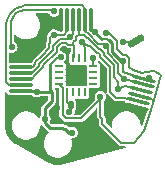
<source format=gtl>
G04 #@! TF.GenerationSoftware,KiCad,Pcbnew,7.0.7*
G04 #@! TF.CreationDate,2024-01-02T23:41:36-05:00*
G04 #@! TF.ProjectId,O12encoder,4f313265-6e63-46f6-9465-722e6b696361,1*
G04 #@! TF.SameCoordinates,Original*
G04 #@! TF.FileFunction,Copper,L1,Top*
G04 #@! TF.FilePolarity,Positive*
%FSLAX46Y46*%
G04 Gerber Fmt 4.6, Leading zero omitted, Abs format (unit mm)*
G04 Created by KiCad (PCBNEW 7.0.7) date 2024-01-02 23:41:36*
%MOMM*%
%LPD*%
G01*
G04 APERTURE LIST*
G04 Aperture macros list*
%AMRoundRect*
0 Rectangle with rounded corners*
0 $1 Rounding radius*
0 $2 $3 $4 $5 $6 $7 $8 $9 X,Y pos of 4 corners*
0 Add a 4 corners polygon primitive as box body*
4,1,4,$2,$3,$4,$5,$6,$7,$8,$9,$2,$3,0*
0 Add four circle primitives for the rounded corners*
1,1,$1+$1,$2,$3*
1,1,$1+$1,$4,$5*
1,1,$1+$1,$6,$7*
1,1,$1+$1,$8,$9*
0 Add four rect primitives between the rounded corners*
20,1,$1+$1,$2,$3,$4,$5,0*
20,1,$1+$1,$4,$5,$6,$7,0*
20,1,$1+$1,$6,$7,$8,$9,0*
20,1,$1+$1,$8,$9,$2,$3,0*%
G04 Aperture macros list end*
G04 #@! TA.AperFunction,SMDPad,CuDef*
%ADD10RoundRect,0.150000X-0.594615X-0.170096X-0.444615X-0.429904X0.594615X0.170096X0.444615X0.429904X0*%
G04 #@! TD*
G04 #@! TA.AperFunction,SMDPad,CuDef*
%ADD11RoundRect,0.140000X-0.140000X-0.170000X0.140000X-0.170000X0.140000X0.170000X-0.140000X0.170000X0*%
G04 #@! TD*
G04 #@! TA.AperFunction,SMDPad,CuDef*
%ADD12RoundRect,0.075000X0.912893X-0.166963X-0.874070X0.311852X-0.912893X0.166963X0.874070X-0.311852X0*%
G04 #@! TD*
G04 #@! TA.AperFunction,SMDPad,CuDef*
%ADD13RoundRect,0.075000X0.075000X-0.925000X0.075000X0.925000X-0.075000X0.925000X-0.075000X-0.925000X0*%
G04 #@! TD*
G04 #@! TA.AperFunction,SMDPad,CuDef*
%ADD14R,0.711200X0.254000*%
G04 #@! TD*
G04 #@! TA.AperFunction,SMDPad,CuDef*
%ADD15R,0.254000X0.711200*%
G04 #@! TD*
G04 #@! TA.AperFunction,SMDPad,CuDef*
%ADD16R,1.701800X1.701800*%
G04 #@! TD*
G04 #@! TA.AperFunction,SMDPad,CuDef*
%ADD17RoundRect,0.075000X-0.925000X-0.075000X0.925000X-0.075000X0.925000X0.075000X-0.925000X0.075000X0*%
G04 #@! TD*
G04 #@! TA.AperFunction,ViaPad*
%ADD18C,0.550000*%
G04 #@! TD*
G04 #@! TA.AperFunction,Conductor*
%ADD19C,0.160000*%
G04 #@! TD*
G04 #@! TA.AperFunction,Conductor*
%ADD20C,0.250000*%
G04 #@! TD*
G04 APERTURE END LIST*
D10*
X55050000Y-47070000D03*
D11*
X49520000Y-52550000D03*
X50480000Y-52550000D03*
D12*
X55111771Y-52698888D03*
X55241181Y-52215925D03*
X55370590Y-51732962D03*
X55500000Y-51249999D03*
X55629409Y-50767036D03*
X55758819Y-50284073D03*
D13*
X48750000Y-45300000D03*
X49250000Y-45300000D03*
X49750000Y-45300000D03*
X50250000Y-45300000D03*
X50750000Y-45300000D03*
X51250000Y-45300000D03*
D14*
X51450000Y-50750001D03*
X51450000Y-50250000D03*
X51450000Y-49750000D03*
X51450000Y-49249999D03*
D15*
X50750001Y-48550000D03*
X50250000Y-48550000D03*
X49750000Y-48550000D03*
X49249999Y-48550000D03*
D14*
X48550000Y-49249999D03*
X48550000Y-49750000D03*
X48550000Y-50250000D03*
X48550000Y-50750001D03*
D15*
X49249999Y-51450000D03*
X49750000Y-51450000D03*
X50250000Y-51450000D03*
X50750001Y-51450000D03*
D16*
X50000000Y-50000000D03*
D17*
X45300000Y-48800000D03*
X45300000Y-49300000D03*
X45300000Y-49800000D03*
X45300000Y-50300000D03*
X45300000Y-50800000D03*
X45300000Y-51300000D03*
D18*
X48100000Y-46575000D03*
X50500000Y-47200000D03*
X51619099Y-46344033D03*
X53983176Y-48755199D03*
X46650000Y-51400000D03*
X49650000Y-54850000D03*
X48688235Y-48441765D03*
X49399826Y-53085996D03*
X56190000Y-50220000D03*
X47350000Y-53700000D03*
X49735946Y-50650000D03*
X51310119Y-51840240D03*
X53943807Y-52783807D03*
X48335500Y-52797000D03*
X46373787Y-48199253D03*
X52350000Y-49600000D03*
X48950000Y-47760000D03*
X55600000Y-53250000D03*
X47100000Y-46530000D03*
X51700000Y-53900000D03*
X54050000Y-50300000D03*
X52500000Y-47550000D03*
X51434502Y-48550000D03*
X53550000Y-51200000D03*
X52500000Y-46450000D03*
X52050000Y-51800000D03*
X49480000Y-46760000D03*
X44560000Y-47620000D03*
X48140000Y-44580000D03*
X53939500Y-47215902D03*
D19*
X47714904Y-47727452D02*
X47117356Y-48325000D01*
X47117356Y-48325000D02*
X47115000Y-48325000D01*
X54000000Y-51900000D02*
X55241181Y-52215925D01*
X51763543Y-48121187D02*
X51890319Y-48121187D01*
X46540000Y-49060000D02*
X46300000Y-49300000D01*
X52850000Y-49828320D02*
X52850000Y-51400000D01*
X49250000Y-46250000D02*
X49250000Y-45800000D01*
X52865000Y-49813320D02*
X52850000Y-49828320D01*
X47714904Y-47360868D02*
X47714904Y-47727452D01*
X50500000Y-47200000D02*
X50952174Y-47550000D01*
X47800000Y-46750000D02*
X47800000Y-47275772D01*
X53350000Y-51900000D02*
X54000000Y-51900000D01*
X51192356Y-47550000D02*
X51763543Y-48121187D01*
X48200000Y-46550000D02*
X48950000Y-46550000D01*
X46540000Y-48900000D02*
X46540000Y-49060000D01*
X50952174Y-47550000D02*
X51192356Y-47550000D01*
X47800000Y-47275772D02*
X47714904Y-47360868D01*
X50750001Y-47700001D02*
X50750001Y-48550000D01*
X48100000Y-46575000D02*
X48200000Y-46550000D01*
X47115000Y-48325000D02*
X46540000Y-48900000D01*
X48950000Y-46550000D02*
X49250000Y-46250000D01*
X52865000Y-49269390D02*
X52865000Y-49813320D01*
X52011274Y-48415664D02*
X52865000Y-49269390D01*
X52850000Y-51400000D02*
X53350000Y-51900000D01*
X50500000Y-47200000D02*
X50750001Y-47700001D01*
X51890319Y-48121187D02*
X52011274Y-48242142D01*
X48100000Y-46575000D02*
X47800000Y-46750000D01*
X52011274Y-48242142D02*
X52011274Y-48415664D01*
X46300000Y-49300000D02*
X45300000Y-49300000D01*
X55758819Y-50284073D02*
X55758819Y-50231544D01*
D20*
X46369500Y-51300000D02*
X45300000Y-51300000D01*
D19*
X49520000Y-52550000D02*
X49249999Y-52279999D01*
D20*
X47350000Y-52800000D02*
X47950000Y-52200000D01*
X53775199Y-48755199D02*
X53060000Y-48040000D01*
X46650000Y-51400000D02*
X47950000Y-51400000D01*
D19*
X53983176Y-48755199D02*
X53980000Y-49680000D01*
X52175000Y-46965000D02*
X52635000Y-46965000D01*
X51250000Y-45974934D02*
X51619099Y-46344033D01*
D20*
X53060000Y-48040000D02*
X53060000Y-47300000D01*
D19*
X48448235Y-48441765D02*
X48688235Y-48441765D01*
X47790000Y-49100000D02*
X48448235Y-48441765D01*
D20*
X55491544Y-50231544D02*
X55321544Y-50231544D01*
X47790000Y-49100000D02*
X47790000Y-51240000D01*
X46650000Y-51400000D02*
X46369500Y-51300000D01*
X47950000Y-52200000D02*
X47950000Y-51400000D01*
X47350000Y-54050000D02*
X47350000Y-52800000D01*
D19*
X52150000Y-46940000D02*
X52175000Y-46965000D01*
D20*
X48810001Y-54440000D02*
X47740000Y-54440000D01*
D19*
X49520000Y-52965822D02*
X49399826Y-53085996D01*
X49249999Y-52279999D02*
X49249999Y-51450000D01*
D20*
X52770000Y-47010000D02*
X53060000Y-47300000D01*
X52770000Y-47010000D02*
X52680000Y-47010000D01*
X47740000Y-54440000D02*
X47350000Y-54050000D01*
X51619099Y-46409099D02*
X52150000Y-46940000D01*
D19*
X49520000Y-52550000D02*
X49520000Y-52965822D01*
X51250000Y-45300000D02*
X51250000Y-45974934D01*
D20*
X47790000Y-51240000D02*
X47950000Y-51400000D01*
X49087250Y-54558184D02*
X48928185Y-54558184D01*
X53983176Y-48893176D02*
X53983176Y-48755199D01*
X49650000Y-54850000D02*
X49379066Y-54850000D01*
X48928185Y-54558184D02*
X48810001Y-54440000D01*
X49379066Y-54850000D02*
X49087250Y-54558184D01*
D19*
X52635000Y-46965000D02*
X52680000Y-47010000D01*
D20*
X51619099Y-46344033D02*
X51619099Y-46409099D01*
D19*
X53980000Y-49680000D02*
X55758819Y-50284073D01*
X55600000Y-53250000D02*
X55600000Y-53187117D01*
X48950000Y-47760000D02*
X49249999Y-48080610D01*
X55600000Y-53187117D02*
X55111771Y-52698888D01*
X45900747Y-48199253D02*
X45300000Y-48800000D01*
X49249999Y-48080610D02*
X49249999Y-48550000D01*
X52350000Y-49600000D02*
X52350000Y-50695600D01*
X50480000Y-52550000D02*
X50600359Y-52550000D01*
X50600359Y-52550000D02*
X51310119Y-51840240D01*
X52350000Y-50695600D02*
X51310119Y-51735481D01*
X46373787Y-48199253D02*
X45900747Y-48199253D01*
X51310119Y-51735481D02*
X51310119Y-51840240D01*
X54050000Y-50300000D02*
X55629409Y-50767036D01*
X44920000Y-44300000D02*
X44620000Y-44550000D01*
X45300000Y-44190000D02*
X44920000Y-44300000D01*
X52651274Y-47701274D02*
X52270000Y-47320000D01*
X52270000Y-47320000D02*
X51867452Y-47320000D01*
X44620000Y-44550000D02*
X44350000Y-44850000D01*
X51450000Y-48776146D02*
X51434502Y-48760648D01*
X54050000Y-50300000D02*
X53520000Y-49770000D01*
X51450000Y-49249999D02*
X51450000Y-48776146D01*
X44148311Y-45350000D02*
X44350000Y-44850000D01*
X51087452Y-46540000D02*
X51044523Y-46540000D01*
X51044523Y-46540000D02*
X50750000Y-46245477D01*
X53520000Y-49770000D02*
X53520000Y-49019294D01*
X45642314Y-44050000D02*
X45300000Y-44190000D01*
X44300000Y-50800000D02*
X45400000Y-50800000D01*
X44044359Y-45647955D02*
X44040206Y-45880478D01*
X50750000Y-44354523D02*
X50445477Y-44050000D01*
X44037359Y-50537359D02*
X44300000Y-50800000D01*
X44037359Y-45883225D02*
X44037359Y-50537359D01*
X44040206Y-45880478D02*
X44037359Y-45883225D01*
X50445477Y-44050000D02*
X45642314Y-44050000D01*
X44044359Y-45647955D02*
X44148311Y-45350000D01*
X53520000Y-49019294D02*
X52651274Y-48150568D01*
X52651274Y-48150568D02*
X52651274Y-47701274D01*
X50750000Y-46245477D02*
X50750000Y-44354523D01*
X51867452Y-47320000D02*
X51087452Y-46540000D01*
X46540000Y-49965096D02*
X47180000Y-49325096D01*
X48354904Y-47992548D02*
X48354904Y-47625964D01*
X49163320Y-47245000D02*
X49338320Y-47420000D01*
X48354904Y-47625964D02*
X48735868Y-47245000D01*
X53550000Y-51200000D02*
X53550000Y-51162500D01*
X46245477Y-50300000D02*
X46540000Y-50005477D01*
X49995000Y-46745000D02*
X50140000Y-46600000D01*
X50651975Y-46600000D02*
X50911975Y-46860000D01*
X47180000Y-49325096D02*
X47180000Y-49167452D01*
X49338320Y-47420000D02*
X49750000Y-47420000D01*
X52022867Y-47801187D02*
X52331274Y-48109594D01*
X47180000Y-49167452D02*
X48354904Y-47992548D01*
X45400000Y-50300000D02*
X46245477Y-50300000D01*
X46540000Y-50005477D02*
X46540000Y-49965096D01*
X49995000Y-46973320D02*
X49995000Y-46745000D01*
X53200000Y-49151842D02*
X53200000Y-50178320D01*
X50140000Y-46600000D02*
X50651975Y-46600000D01*
X50911975Y-46860000D02*
X50954904Y-46860000D01*
X49750000Y-47218320D02*
X49995000Y-46973320D01*
X48735868Y-47245000D02*
X49163320Y-47245000D01*
X49750000Y-47420000D02*
X49750000Y-47218320D01*
X53200000Y-50178320D02*
X53550000Y-50528320D01*
X51896091Y-47801187D02*
X52022867Y-47801187D01*
X49750000Y-48400000D02*
X49800000Y-48350000D01*
X52331274Y-48283116D02*
X53200000Y-49151842D01*
X49750000Y-48550000D02*
X49840000Y-48460000D01*
X53550000Y-50528320D02*
X53550000Y-51200000D01*
X53550000Y-51200000D02*
X54100000Y-50900000D01*
X50250000Y-46500000D02*
X50250000Y-45800000D01*
X49840000Y-48460000D02*
X49840000Y-47510000D01*
X54100000Y-50900000D02*
X55500000Y-51249999D01*
X50954904Y-46860000D02*
X51896091Y-47801187D01*
X49840000Y-47510000D02*
X49750000Y-47420000D01*
X52331274Y-48109594D02*
X52331274Y-48283116D01*
X56540000Y-49640000D02*
X57150000Y-49950000D01*
X49315000Y-46925000D02*
X48603320Y-46925000D01*
X52760000Y-46450000D02*
X53425000Y-47115000D01*
X53425000Y-47115000D02*
X53425000Y-47745000D01*
X52215000Y-54113320D02*
X53801680Y-55700000D01*
X56600000Y-52050000D02*
X55370590Y-51732962D01*
X48850000Y-51050001D02*
X48850000Y-53400000D01*
X54498176Y-49278176D02*
X54810000Y-49590000D01*
X52500000Y-46450000D02*
X52760000Y-46450000D01*
X56272988Y-53156160D02*
X56600000Y-52050000D01*
X52050000Y-52000000D02*
X52050000Y-51800000D01*
X57150000Y-49950000D02*
X56600000Y-52050000D01*
X48034904Y-47493416D02*
X48034904Y-47860000D01*
X49750000Y-46500000D02*
X49750000Y-45800000D01*
X49100000Y-53650000D02*
X50400000Y-53650000D01*
X52215000Y-53686680D02*
X52215000Y-54113320D01*
X54498176Y-48541879D02*
X54498176Y-49278176D01*
X48603320Y-46925000D02*
X48034904Y-47493416D01*
X54196496Y-48240199D02*
X54498176Y-48541879D01*
X52050000Y-53521680D02*
X52215000Y-53686680D01*
X53920199Y-48240199D02*
X54196496Y-48240199D01*
X54810000Y-49590000D02*
X55570000Y-49800000D01*
X50400000Y-53650000D02*
X52050000Y-52000000D01*
X48850000Y-53400000D02*
X49100000Y-53650000D01*
X54900000Y-55700000D02*
X55750000Y-54700000D01*
X53801680Y-55700000D02*
X54900000Y-55700000D01*
X55900000Y-49740000D02*
X56540000Y-49640000D01*
X46252548Y-49800000D02*
X45300000Y-49800000D01*
X55750000Y-54700000D02*
X56272988Y-53156160D01*
X49480000Y-46760000D02*
X49315000Y-46925000D01*
X55570000Y-49800000D02*
X55900000Y-49740000D01*
X53425000Y-47745000D02*
X53920199Y-48240199D01*
X46860000Y-49192548D02*
X46252548Y-49800000D01*
X49480000Y-46760000D02*
X49750000Y-46500000D01*
X46860000Y-49034904D02*
X46860000Y-49192548D01*
X52050000Y-51800000D02*
X52050000Y-53521680D01*
X48550000Y-50750001D02*
X48850000Y-51050001D01*
X48034904Y-47860000D02*
X46860000Y-49034904D01*
X46120000Y-44470000D02*
X45680000Y-44450000D01*
X48140000Y-44580000D02*
X47735500Y-44470000D01*
X45680000Y-44450000D02*
X45240000Y-44540000D01*
X44468311Y-45421689D02*
X44468311Y-47528311D01*
X44530000Y-45360000D02*
X44468311Y-45421689D01*
X44468311Y-47528311D02*
X44560000Y-47620000D01*
X47735500Y-44470000D02*
X46120000Y-44470000D01*
X45240000Y-44540000D02*
X44910000Y-44760000D01*
X44910000Y-44760000D02*
X44660000Y-45050000D01*
X44660000Y-45050000D02*
X44530000Y-45360000D01*
X54944098Y-47215902D02*
X53939500Y-47215902D01*
X55150000Y-47010000D02*
X54944098Y-47215902D01*
G04 #@! TA.AperFunction,Conductor*
G36*
X48498870Y-51095983D02*
G01*
X48503951Y-51100640D01*
X48546360Y-51143049D01*
X48569198Y-51192025D01*
X48569499Y-51198910D01*
X48569499Y-53341357D01*
X48567571Y-53353212D01*
X48568389Y-53353326D01*
X48567377Y-53360575D01*
X48569458Y-53405570D01*
X48569500Y-53407395D01*
X48569500Y-53425999D01*
X48570193Y-53429706D01*
X48570824Y-53435142D01*
X48572115Y-53463037D01*
X48572221Y-53465333D01*
X48576441Y-53474892D01*
X48576555Y-53475149D01*
X48581938Y-53492531D01*
X48583529Y-53501044D01*
X48583911Y-53503085D01*
X48584205Y-53503559D01*
X48597733Y-53525408D01*
X48599818Y-53528774D01*
X48602370Y-53533616D01*
X48614579Y-53561266D01*
X48622162Y-53568849D01*
X48633466Y-53583119D01*
X48635877Y-53587013D01*
X48639118Y-53592246D01*
X48663238Y-53610461D01*
X48667362Y-53614049D01*
X48767238Y-53713925D01*
X48860189Y-53806876D01*
X48867202Y-53816623D01*
X48867865Y-53816123D01*
X48872276Y-53821963D01*
X48872277Y-53821964D01*
X48872279Y-53821967D01*
X48890460Y-53838541D01*
X48905574Y-53852320D01*
X48906872Y-53853559D01*
X48914194Y-53860881D01*
X48920037Y-53866724D01*
X48923148Y-53868855D01*
X48927445Y-53872257D01*
X48949778Y-53892617D01*
X48956281Y-53895136D01*
X48959783Y-53896493D01*
X48975892Y-53904984D01*
X48984738Y-53911044D01*
X49014156Y-53917963D01*
X49019378Y-53919580D01*
X49047565Y-53930500D01*
X49058292Y-53930500D01*
X49076378Y-53932597D01*
X49086821Y-53935054D01*
X49086822Y-53935054D01*
X49091808Y-53934358D01*
X49116755Y-53930878D01*
X49122210Y-53930500D01*
X50341358Y-53930500D01*
X50353211Y-53932433D01*
X50353326Y-53931611D01*
X50360573Y-53932622D01*
X50360575Y-53932621D01*
X50360576Y-53932622D01*
X50385194Y-53931483D01*
X50405570Y-53930542D01*
X50407395Y-53930500D01*
X50425991Y-53930500D01*
X50425993Y-53930500D01*
X50429708Y-53929805D01*
X50435139Y-53929174D01*
X50465333Y-53927779D01*
X50475145Y-53923446D01*
X50492540Y-53918060D01*
X50494138Y-53917761D01*
X50503084Y-53916089D01*
X50528784Y-53900174D01*
X50533611Y-53897630D01*
X50561266Y-53885421D01*
X50568852Y-53877834D01*
X50583119Y-53866532D01*
X50592245Y-53860883D01*
X50610464Y-53836755D01*
X50614047Y-53832638D01*
X51634639Y-52812046D01*
X51683614Y-52789209D01*
X51735812Y-52803195D01*
X51766807Y-52847461D01*
X51769499Y-52867908D01*
X51769499Y-53463037D01*
X51767571Y-53474892D01*
X51768389Y-53475006D01*
X51767377Y-53482255D01*
X51769458Y-53527250D01*
X51769500Y-53529075D01*
X51769500Y-53547679D01*
X51770193Y-53551386D01*
X51770824Y-53556822D01*
X51772221Y-53587013D01*
X51776555Y-53596829D01*
X51781938Y-53614211D01*
X51783272Y-53621346D01*
X51783911Y-53624765D01*
X51799818Y-53650454D01*
X51802370Y-53655296D01*
X51814579Y-53682946D01*
X51822162Y-53690529D01*
X51833467Y-53704800D01*
X51839118Y-53713926D01*
X51863238Y-53732141D01*
X51867362Y-53735729D01*
X51911361Y-53779728D01*
X51934199Y-53828704D01*
X51934500Y-53835589D01*
X51934500Y-54054677D01*
X51932567Y-54066531D01*
X51933389Y-54066646D01*
X51932377Y-54073895D01*
X51934458Y-54118890D01*
X51934500Y-54120715D01*
X51934500Y-54139319D01*
X51935193Y-54143026D01*
X51935824Y-54148462D01*
X51937221Y-54178653D01*
X51941555Y-54188469D01*
X51946938Y-54205851D01*
X51948529Y-54214364D01*
X51948911Y-54216405D01*
X51964818Y-54242094D01*
X51967370Y-54246936D01*
X51979579Y-54274586D01*
X51987162Y-54282169D01*
X51998466Y-54296439D01*
X52003760Y-54304989D01*
X52004118Y-54305566D01*
X52028238Y-54323781D01*
X52032362Y-54327369D01*
X52814711Y-55109718D01*
X53561869Y-55856876D01*
X53568882Y-55866623D01*
X53569545Y-55866123D01*
X53573956Y-55871963D01*
X53573957Y-55871964D01*
X53573959Y-55871967D01*
X53597892Y-55893785D01*
X53607254Y-55902320D01*
X53608552Y-55903559D01*
X53621716Y-55916723D01*
X53621717Y-55916724D01*
X53624828Y-55918855D01*
X53629125Y-55922257D01*
X53651458Y-55942617D01*
X53657961Y-55945136D01*
X53661463Y-55946493D01*
X53677572Y-55954984D01*
X53686418Y-55961044D01*
X53715836Y-55967963D01*
X53721058Y-55969580D01*
X53749245Y-55980500D01*
X53759972Y-55980500D01*
X53778058Y-55982597D01*
X53788501Y-55985054D01*
X53788502Y-55985054D01*
X53793488Y-55984358D01*
X53818435Y-55980878D01*
X53823890Y-55980500D01*
X54109528Y-55980500D01*
X54160308Y-55998982D01*
X54187328Y-56045782D01*
X54177944Y-56099000D01*
X54136548Y-56133736D01*
X54129975Y-56135808D01*
X48926879Y-57529974D01*
X48914092Y-57533400D01*
X48911575Y-57533987D01*
X48684514Y-57579150D01*
X48679386Y-57579825D01*
X48449675Y-57594879D01*
X48444502Y-57594879D01*
X48214790Y-57579822D01*
X48209662Y-57579147D01*
X47983889Y-57534237D01*
X47978893Y-57532899D01*
X47760897Y-57458899D01*
X47756124Y-57456922D01*
X47548419Y-57354495D01*
X47546150Y-57353283D01*
X47512796Y-57334026D01*
X47512794Y-57334025D01*
X44858716Y-55801691D01*
X44856532Y-55800333D01*
X44849381Y-55795555D01*
X44664045Y-55671715D01*
X44659943Y-55668567D01*
X44658702Y-55667478D01*
X44486856Y-55516773D01*
X44483225Y-55513142D01*
X44331421Y-55340043D01*
X44328281Y-55335951D01*
X44200381Y-55144536D01*
X44197799Y-55140064D01*
X44136666Y-55016100D01*
X44095976Y-54933591D01*
X44094001Y-54928820D01*
X44067244Y-54850000D01*
X44021301Y-54714659D01*
X44020004Y-54710838D01*
X44018665Y-54705842D01*
X43973750Y-54480060D01*
X43973074Y-54474932D01*
X43969015Y-54413022D01*
X43961971Y-54305565D01*
X43957944Y-54244137D01*
X43957859Y-54241552D01*
X43957859Y-51492154D01*
X43976341Y-51441374D01*
X44023141Y-51414354D01*
X44076359Y-51423738D01*
X44111095Y-51465134D01*
X44114341Y-51476743D01*
X44115485Y-51482496D01*
X44176375Y-51573624D01*
X44267503Y-51634514D01*
X44267504Y-51634515D01*
X44280837Y-51637166D01*
X44347867Y-51650500D01*
X46201802Y-51650499D01*
X46252582Y-51668981D01*
X46261506Y-51677765D01*
X46335410Y-51763054D01*
X46335411Y-51763055D01*
X46432340Y-51825347D01*
X46450439Y-51836978D01*
X46551853Y-51866756D01*
X46581632Y-51875500D01*
X46581633Y-51875500D01*
X46718368Y-51875500D01*
X46742637Y-51868373D01*
X46849561Y-51836978D01*
X46964589Y-51763055D01*
X46973503Y-51752766D01*
X47020725Y-51726493D01*
X47033208Y-51725500D01*
X47545500Y-51725500D01*
X47596280Y-51743982D01*
X47623300Y-51790782D01*
X47624500Y-51804500D01*
X47624500Y-52032451D01*
X47606018Y-52083231D01*
X47601361Y-52088312D01*
X47131113Y-52558560D01*
X47128572Y-52560889D01*
X47096807Y-52587543D01*
X47076072Y-52623453D01*
X47074221Y-52626359D01*
X47050446Y-52660313D01*
X47050445Y-52660315D01*
X47049372Y-52664322D01*
X47041485Y-52683363D01*
X47040243Y-52685515D01*
X47039411Y-52686956D01*
X47032211Y-52727784D01*
X47031465Y-52731147D01*
X47020735Y-52771194D01*
X47021834Y-52783745D01*
X47024350Y-52812507D01*
X47024500Y-52815935D01*
X47024500Y-53320071D01*
X47006018Y-53370851D01*
X47005205Y-53371804D01*
X46945870Y-53440281D01*
X46891604Y-53559107D01*
X46853697Y-53597620D01*
X46799902Y-53602757D01*
X46756700Y-53573897D01*
X46648342Y-53430407D01*
X46592669Y-53379654D01*
X46483921Y-53280517D01*
X46388340Y-53221336D01*
X46294761Y-53163394D01*
X46294757Y-53163392D01*
X46087305Y-53083025D01*
X46087294Y-53083021D01*
X45868602Y-53042141D01*
X45646116Y-53042141D01*
X45427423Y-53083021D01*
X45427412Y-53083025D01*
X45219960Y-53163392D01*
X45219956Y-53163394D01*
X45030800Y-53280515D01*
X45030793Y-53280520D01*
X44866378Y-53430404D01*
X44811135Y-53503559D01*
X44732301Y-53607952D01*
X44732299Y-53607954D01*
X44732297Y-53607958D01*
X44633129Y-53807114D01*
X44572244Y-54021102D01*
X44551716Y-54242641D01*
X44572244Y-54464179D01*
X44633129Y-54678167D01*
X44732297Y-54877323D01*
X44732298Y-54877324D01*
X44732301Y-54877330D01*
X44866378Y-55054877D01*
X45030797Y-55204765D01*
X45163571Y-55286975D01*
X45219956Y-55321887D01*
X45219960Y-55321889D01*
X45278982Y-55344754D01*
X45427419Y-55402259D01*
X45427421Y-55402259D01*
X45427423Y-55402260D01*
X45646116Y-55443141D01*
X45868601Y-55443141D01*
X45868602Y-55443141D01*
X46087299Y-55402259D01*
X46294760Y-55321888D01*
X46483921Y-55204765D01*
X46648340Y-55054877D01*
X46782417Y-54877330D01*
X46881588Y-54678169D01*
X46942474Y-54464177D01*
X46957184Y-54305419D01*
X46980273Y-54256563D01*
X47029365Y-54233976D01*
X47081491Y-54248230D01*
X47096362Y-54261927D01*
X47096804Y-54262454D01*
X47111261Y-54274584D01*
X47128569Y-54289107D01*
X47131103Y-54291429D01*
X47498569Y-54658897D01*
X47500894Y-54661432D01*
X47527545Y-54693194D01*
X47563460Y-54713929D01*
X47566350Y-54715771D01*
X47600313Y-54739552D01*
X47600314Y-54739552D01*
X47600316Y-54739554D01*
X47604316Y-54740625D01*
X47623368Y-54748516D01*
X47626955Y-54750588D01*
X47626957Y-54750588D01*
X47626960Y-54750590D01*
X47633453Y-54752954D01*
X47632586Y-54755335D01*
X47670022Y-54776942D01*
X47688512Y-54827720D01*
X47670037Y-54878503D01*
X47662734Y-54886112D01*
X47556108Y-54983315D01*
X47556104Y-54983319D01*
X47556105Y-54983319D01*
X47422028Y-55160866D01*
X47422026Y-55160868D01*
X47422024Y-55160872D01*
X47322856Y-55360028D01*
X47261971Y-55574016D01*
X47257928Y-55617650D01*
X47241443Y-55795555D01*
X47241972Y-55801260D01*
X47261971Y-56017093D01*
X47322856Y-56231081D01*
X47422024Y-56430237D01*
X47422025Y-56430238D01*
X47422028Y-56430244D01*
X47556105Y-56607791D01*
X47720524Y-56757679D01*
X47868542Y-56849327D01*
X47909683Y-56874801D01*
X47909687Y-56874803D01*
X48000686Y-56910056D01*
X48117146Y-56955173D01*
X48117148Y-56955173D01*
X48117150Y-56955174D01*
X48335843Y-56996055D01*
X48558328Y-56996055D01*
X48558329Y-56996055D01*
X48777026Y-56955173D01*
X48984487Y-56874802D01*
X49173648Y-56757679D01*
X49338067Y-56607791D01*
X49472144Y-56430244D01*
X49571315Y-56231083D01*
X49632201Y-56017091D01*
X49652729Y-55795555D01*
X49632201Y-55574019D01*
X49590120Y-55426119D01*
X49594000Y-55372220D01*
X49631618Y-55333424D01*
X49666104Y-55325500D01*
X49718368Y-55325500D01*
X49742637Y-55318373D01*
X49849561Y-55286978D01*
X49964589Y-55213055D01*
X50054130Y-55109718D01*
X50110931Y-54985342D01*
X50130390Y-54850000D01*
X50110931Y-54714658D01*
X50054130Y-54590282D01*
X49964589Y-54486945D01*
X49964588Y-54486944D01*
X49849565Y-54413024D01*
X49849562Y-54413023D01*
X49849561Y-54413022D01*
X49773805Y-54390778D01*
X49718368Y-54374500D01*
X49718367Y-54374500D01*
X49581633Y-54374500D01*
X49581632Y-54374500D01*
X49458288Y-54410717D01*
X49404357Y-54407290D01*
X49380170Y-54390778D01*
X49360201Y-54370809D01*
X49328678Y-54339286D01*
X49326360Y-54336756D01*
X49315472Y-54323781D01*
X49299705Y-54304990D01*
X49296096Y-54302906D01*
X49263789Y-54284252D01*
X49260883Y-54282401D01*
X49226934Y-54258630D01*
X49226931Y-54258628D01*
X49222932Y-54257557D01*
X49203880Y-54249665D01*
X49200300Y-54247598D01*
X49200293Y-54247595D01*
X49159465Y-54240395D01*
X49156101Y-54239649D01*
X49116056Y-54228919D01*
X49116055Y-54228919D01*
X49102747Y-54230084D01*
X49050549Y-54216098D01*
X49035344Y-54202165D01*
X49022456Y-54186806D01*
X49022455Y-54186805D01*
X48986540Y-54166068D01*
X48983634Y-54164217D01*
X48949685Y-54140446D01*
X48949682Y-54140444D01*
X48945683Y-54139373D01*
X48926631Y-54131481D01*
X48923051Y-54129414D01*
X48923044Y-54129411D01*
X48882216Y-54122211D01*
X48878852Y-54121465D01*
X48838807Y-54110735D01*
X48814352Y-54112875D01*
X48797492Y-54114350D01*
X48794065Y-54114500D01*
X47907549Y-54114500D01*
X47856769Y-54096018D01*
X47851688Y-54091361D01*
X47782229Y-54021902D01*
X47759391Y-53972926D01*
X47766228Y-53933226D01*
X47810931Y-53835342D01*
X47830390Y-53700000D01*
X47810931Y-53564658D01*
X47754130Y-53440282D01*
X47694794Y-53371804D01*
X47675509Y-53321324D01*
X47675499Y-53320187D01*
X47675499Y-52967546D01*
X47693981Y-52916767D01*
X47698627Y-52911697D01*
X48168912Y-52441412D01*
X48171413Y-52439121D01*
X48203194Y-52412455D01*
X48223938Y-52376523D01*
X48225761Y-52373662D01*
X48249554Y-52339684D01*
X48250624Y-52335689D01*
X48258521Y-52316624D01*
X48260588Y-52313045D01*
X48267788Y-52272204D01*
X48268532Y-52268853D01*
X48279263Y-52228807D01*
X48275648Y-52187499D01*
X48275499Y-52184069D01*
X48275499Y-51415929D01*
X48275648Y-51412500D01*
X48279263Y-51371193D01*
X48278192Y-51367195D01*
X48275500Y-51346749D01*
X48275500Y-51342605D01*
X48267973Y-51321926D01*
X48264410Y-51308630D01*
X48260588Y-51286955D01*
X48258516Y-51283368D01*
X48250623Y-51264308D01*
X48250105Y-51262374D01*
X48249554Y-51260316D01*
X48247179Y-51256924D01*
X48237654Y-51238627D01*
X48236240Y-51234740D01*
X48236238Y-51234738D01*
X48236238Y-51234737D01*
X48222096Y-51217883D01*
X48214197Y-51206603D01*
X48208076Y-51196001D01*
X48198692Y-51142782D01*
X48225712Y-51095983D01*
X48276492Y-51077501D01*
X48448090Y-51077501D01*
X48498870Y-51095983D01*
G37*
G04 #@! TD.AperFunction*
G04 #@! TA.AperFunction,Conductor*
G36*
X52618500Y-51580158D02*
G01*
X52636747Y-51590456D01*
X52663238Y-51610461D01*
X52667362Y-51614049D01*
X52928814Y-51875500D01*
X53110188Y-52056874D01*
X53117203Y-52066622D01*
X53117865Y-52066123D01*
X53122276Y-52071963D01*
X53122277Y-52071964D01*
X53122279Y-52071967D01*
X53140209Y-52088312D01*
X53155585Y-52102330D01*
X53156883Y-52103569D01*
X53170037Y-52116723D01*
X53173146Y-52118853D01*
X53177437Y-52122251D01*
X53199778Y-52142617D01*
X53209779Y-52146491D01*
X53225887Y-52154982D01*
X53234735Y-52161043D01*
X53234738Y-52161045D01*
X53234739Y-52161045D01*
X53234741Y-52161046D01*
X53246587Y-52163831D01*
X53264157Y-52167963D01*
X53269377Y-52169579D01*
X53297565Y-52180500D01*
X53308290Y-52180500D01*
X53326379Y-52182599D01*
X53336821Y-52185055D01*
X53366760Y-52180878D01*
X53372216Y-52180500D01*
X53954965Y-52180500D01*
X53974451Y-52182941D01*
X53992422Y-52187515D01*
X54085745Y-52211268D01*
X54125652Y-52235737D01*
X54157289Y-52271812D01*
X54230775Y-52308052D01*
X56006090Y-52783745D01*
X56050356Y-52814740D01*
X56064342Y-52866938D01*
X56061402Y-52882449D01*
X56005550Y-53071381D01*
X55601960Y-54262758D01*
X55568162Y-54304923D01*
X55515168Y-54315499D01*
X55467774Y-54289536D01*
X55448474Y-54244700D01*
X55448283Y-54242645D01*
X55448284Y-54242641D01*
X55427756Y-54021105D01*
X55366870Y-53807113D01*
X55267699Y-53607952D01*
X55133622Y-53430405D01*
X54969203Y-53280517D01*
X54873622Y-53221336D01*
X54780043Y-53163394D01*
X54780039Y-53163392D01*
X54572587Y-53083025D01*
X54572576Y-53083021D01*
X54353884Y-53042141D01*
X54131398Y-53042141D01*
X53912705Y-53083021D01*
X53912694Y-53083025D01*
X53705242Y-53163392D01*
X53705238Y-53163394D01*
X53516082Y-53280515D01*
X53516075Y-53280520D01*
X53351660Y-53430404D01*
X53296417Y-53503559D01*
X53217583Y-53607952D01*
X53217581Y-53607954D01*
X53217579Y-53607958D01*
X53118411Y-53807114D01*
X53057526Y-54021102D01*
X53036998Y-54242641D01*
X53047038Y-54350997D01*
X53033319Y-54403266D01*
X52989213Y-54434488D01*
X52935356Y-54430055D01*
X52912517Y-54414149D01*
X52518637Y-54020269D01*
X52495801Y-53971295D01*
X52495500Y-53964410D01*
X52495500Y-53745322D01*
X52497433Y-53733468D01*
X52496611Y-53733354D01*
X52497622Y-53726106D01*
X52495542Y-53681109D01*
X52495500Y-53679284D01*
X52495500Y-53660689D01*
X52495500Y-53660687D01*
X52494804Y-53656967D01*
X52494174Y-53651536D01*
X52492779Y-53621348D01*
X52492779Y-53621347D01*
X52488445Y-53611532D01*
X52483060Y-53594145D01*
X52481089Y-53583596D01*
X52480794Y-53583120D01*
X52474193Y-53572459D01*
X52465176Y-53557896D01*
X52462628Y-53553064D01*
X52450420Y-53525414D01*
X52450417Y-53525411D01*
X52450415Y-53525408D01*
X52442839Y-53517832D01*
X52431533Y-53503559D01*
X52425885Y-53494437D01*
X52425883Y-53494435D01*
X52401760Y-53476218D01*
X52397628Y-53472622D01*
X52353638Y-53428631D01*
X52330801Y-53379654D01*
X52330500Y-53372770D01*
X52330500Y-52228100D01*
X52348982Y-52177320D01*
X52360604Y-52167087D01*
X52360317Y-52166756D01*
X52364583Y-52163058D01*
X52364589Y-52163055D01*
X52454130Y-52059718D01*
X52510931Y-51935342D01*
X52530390Y-51800000D01*
X52510943Y-51664741D01*
X52522011Y-51611848D01*
X52564489Y-51578443D01*
X52618500Y-51580158D01*
G37*
G04 #@! TD.AperFunction*
G04 #@! TA.AperFunction,Conductor*
G36*
X51972387Y-48773464D02*
G01*
X52561361Y-49362438D01*
X52584199Y-49411414D01*
X52584500Y-49418299D01*
X52584500Y-49722398D01*
X52579165Y-49750937D01*
X52569500Y-49775884D01*
X52569500Y-49786607D01*
X52567402Y-49804694D01*
X52564944Y-49815141D01*
X52567186Y-49831211D01*
X52569121Y-49845082D01*
X52569500Y-49850535D01*
X52569500Y-51341357D01*
X52567567Y-51353211D01*
X52568389Y-51353326D01*
X52567377Y-51360575D01*
X52569458Y-51405570D01*
X52569500Y-51407395D01*
X52569500Y-51425994D01*
X52570194Y-51429706D01*
X52570824Y-51435144D01*
X52572019Y-51460974D01*
X52555902Y-51512554D01*
X52510400Y-51541706D01*
X52456805Y-51534791D01*
X52433401Y-51516359D01*
X52364589Y-51436945D01*
X52331887Y-51415929D01*
X52249565Y-51363024D01*
X52249562Y-51363023D01*
X52249561Y-51363022D01*
X52175777Y-51341357D01*
X52118368Y-51324500D01*
X52118367Y-51324500D01*
X51981633Y-51324500D01*
X51981632Y-51324500D01*
X51850439Y-51363022D01*
X51850434Y-51363024D01*
X51735411Y-51436944D01*
X51645870Y-51540281D01*
X51589068Y-51664659D01*
X51569610Y-51800000D01*
X51589068Y-51935340D01*
X51606695Y-51973937D01*
X51610977Y-52027807D01*
X51590695Y-52062616D01*
X50306952Y-53346361D01*
X50257976Y-53369199D01*
X50251091Y-53369500D01*
X49916020Y-53369500D01*
X49865240Y-53351018D01*
X49838220Y-53304218D01*
X49844159Y-53257682D01*
X49860757Y-53221338D01*
X49880216Y-53085996D01*
X49872685Y-53033621D01*
X49883752Y-52980730D01*
X49895021Y-52966518D01*
X49943222Y-52918318D01*
X49943222Y-52918317D01*
X49943224Y-52918316D01*
X49993972Y-52809487D01*
X50000500Y-52759901D01*
X50000499Y-52340100D01*
X50000444Y-52339684D01*
X49993973Y-52290517D01*
X49993971Y-52290511D01*
X49985442Y-52272221D01*
X49943224Y-52181684D01*
X49943223Y-52181683D01*
X49943221Y-52181680D01*
X49893570Y-52132029D01*
X49870732Y-52083053D01*
X49884718Y-52030855D01*
X49928984Y-51999860D01*
X49934016Y-51998686D01*
X49955231Y-51994467D01*
X49956105Y-51993882D01*
X49957413Y-51993562D01*
X49962419Y-51991489D01*
X49962737Y-51992259D01*
X50008594Y-51981034D01*
X50037546Y-51991571D01*
X50037581Y-51991489D01*
X50039480Y-51992276D01*
X50043893Y-51993882D01*
X50044769Y-51994467D01*
X50103252Y-52006100D01*
X50396748Y-52006100D01*
X50455231Y-51994467D01*
X50456105Y-51993882D01*
X50457413Y-51993562D01*
X50462419Y-51991489D01*
X50462737Y-51992259D01*
X50508594Y-51981034D01*
X50537546Y-51991571D01*
X50537580Y-51991489D01*
X50539458Y-51992267D01*
X50543893Y-51993881D01*
X50544770Y-51994467D01*
X50544769Y-51994467D01*
X50603253Y-52006100D01*
X50896749Y-52006100D01*
X50955232Y-51994467D01*
X51021553Y-51950152D01*
X51065868Y-51883831D01*
X51077501Y-51825348D01*
X51077501Y-51156500D01*
X51095983Y-51105721D01*
X51142783Y-51078701D01*
X51156501Y-51077501D01*
X51825348Y-51077501D01*
X51883831Y-51065868D01*
X51950152Y-51021553D01*
X51994467Y-50955232D01*
X52006100Y-50896749D01*
X52006100Y-50603253D01*
X51994467Y-50544770D01*
X51993881Y-50543893D01*
X51993559Y-50542577D01*
X51991489Y-50537580D01*
X51992257Y-50537261D01*
X51981034Y-50491404D01*
X51991571Y-50462453D01*
X51991489Y-50462419D01*
X51992275Y-50460520D01*
X51993882Y-50456106D01*
X51994467Y-50455231D01*
X52006100Y-50396748D01*
X52006100Y-50103252D01*
X51994467Y-50044769D01*
X51993882Y-50043894D01*
X51993562Y-50042586D01*
X51991489Y-50037581D01*
X51992259Y-50037262D01*
X51981034Y-49991406D01*
X51991571Y-49962453D01*
X51991489Y-49962419D01*
X51992276Y-49960519D01*
X51993882Y-49956106D01*
X51994467Y-49955231D01*
X52006100Y-49896748D01*
X52006100Y-49603252D01*
X51994467Y-49544769D01*
X51993881Y-49543892D01*
X51993559Y-49542576D01*
X51991489Y-49537579D01*
X51992257Y-49537260D01*
X51981034Y-49491403D01*
X51991571Y-49462452D01*
X51991489Y-49462418D01*
X51992275Y-49460519D01*
X51993882Y-49456105D01*
X51994467Y-49455230D01*
X52006100Y-49396747D01*
X52006100Y-49103251D01*
X51994467Y-49044768D01*
X51950152Y-48978447D01*
X51883831Y-48934132D01*
X51883830Y-48934131D01*
X51883829Y-48934131D01*
X51876644Y-48931155D01*
X51877476Y-48929144D01*
X51840407Y-48906649D01*
X51823038Y-48855477D01*
X51838301Y-48816227D01*
X51835575Y-48814475D01*
X51838625Y-48809724D01*
X51838632Y-48809718D01*
X51844664Y-48796508D01*
X51882572Y-48757994D01*
X51936366Y-48752857D01*
X51972387Y-48773464D01*
G37*
G04 #@! TD.AperFunction*
G04 #@! TA.AperFunction,Conductor*
G36*
X49065191Y-47543982D02*
G01*
X49070272Y-47548639D01*
X49098509Y-47576876D01*
X49105522Y-47586623D01*
X49106185Y-47586123D01*
X49110596Y-47591963D01*
X49110597Y-47591964D01*
X49110599Y-47591967D01*
X49131768Y-47611265D01*
X49143894Y-47622320D01*
X49145192Y-47623559D01*
X49155859Y-47634226D01*
X49158357Y-47636724D01*
X49161468Y-47638855D01*
X49165765Y-47642257D01*
X49188098Y-47662617D01*
X49189673Y-47663227D01*
X49198103Y-47666493D01*
X49214211Y-47674984D01*
X49223055Y-47681042D01*
X49223058Y-47681044D01*
X49252476Y-47687963D01*
X49257698Y-47689580D01*
X49285885Y-47700500D01*
X49296612Y-47700500D01*
X49314698Y-47702597D01*
X49325141Y-47705054D01*
X49325142Y-47705054D01*
X49330128Y-47704358D01*
X49355075Y-47700878D01*
X49360530Y-47700500D01*
X49480500Y-47700500D01*
X49531280Y-47718982D01*
X49558300Y-47765782D01*
X49559500Y-47779500D01*
X49559500Y-47953463D01*
X49541018Y-48004243D01*
X49524391Y-48019148D01*
X49478449Y-48049846D01*
X49434132Y-48116169D01*
X49422500Y-48174652D01*
X49422500Y-48925347D01*
X49434132Y-48983830D01*
X49434133Y-48983831D01*
X49478448Y-49050152D01*
X49544769Y-49094467D01*
X49544768Y-49094467D01*
X49603252Y-49106100D01*
X49896748Y-49106100D01*
X49955231Y-49094467D01*
X49956105Y-49093882D01*
X49957413Y-49093562D01*
X49962419Y-49091489D01*
X49962737Y-49092259D01*
X50008594Y-49081034D01*
X50037546Y-49091571D01*
X50037581Y-49091489D01*
X50039480Y-49092276D01*
X50043893Y-49093882D01*
X50044769Y-49094467D01*
X50103252Y-49106100D01*
X50396748Y-49106100D01*
X50455231Y-49094467D01*
X50456105Y-49093882D01*
X50457413Y-49093562D01*
X50462419Y-49091489D01*
X50462737Y-49092259D01*
X50508594Y-49081034D01*
X50537546Y-49091571D01*
X50537580Y-49091489D01*
X50539458Y-49092267D01*
X50543893Y-49093881D01*
X50544770Y-49094467D01*
X50544769Y-49094467D01*
X50603253Y-49106100D01*
X50814900Y-49106100D01*
X50865680Y-49124582D01*
X50892700Y-49171382D01*
X50893900Y-49185100D01*
X50893900Y-49396746D01*
X50905532Y-49455230D01*
X50905533Y-49455232D01*
X50906119Y-49456108D01*
X50906440Y-49457420D01*
X50908511Y-49462420D01*
X50907741Y-49462738D01*
X50918965Y-49508598D01*
X50908430Y-49537546D01*
X50908511Y-49537580D01*
X50907747Y-49539422D01*
X50906125Y-49543882D01*
X50905534Y-49544765D01*
X50905532Y-49544769D01*
X50893900Y-49603252D01*
X50893900Y-49896747D01*
X50905532Y-49955231D01*
X50905535Y-49955236D01*
X50906122Y-49956115D01*
X50906443Y-49957429D01*
X50908511Y-49962421D01*
X50907742Y-49962739D01*
X50918963Y-50008606D01*
X50908429Y-50037545D01*
X50908511Y-50037579D01*
X50907738Y-50039445D01*
X50906122Y-50043885D01*
X50905535Y-50044763D01*
X50905532Y-50044768D01*
X50893900Y-50103252D01*
X50893900Y-50396747D01*
X50905532Y-50455231D01*
X50905533Y-50455233D01*
X50906119Y-50456109D01*
X50906440Y-50457421D01*
X50908511Y-50462421D01*
X50907741Y-50462739D01*
X50918965Y-50508599D01*
X50908430Y-50537547D01*
X50908511Y-50537581D01*
X50907747Y-50539423D01*
X50906125Y-50543883D01*
X50905534Y-50544766D01*
X50905532Y-50544770D01*
X50893900Y-50603253D01*
X50893900Y-50814900D01*
X50875418Y-50865680D01*
X50828618Y-50892700D01*
X50814900Y-50893900D01*
X50603253Y-50893900D01*
X50544770Y-50905532D01*
X50544766Y-50905534D01*
X50543883Y-50906125D01*
X50542560Y-50906448D01*
X50537581Y-50908511D01*
X50537263Y-50907744D01*
X50491391Y-50918964D01*
X50462454Y-50908429D01*
X50462421Y-50908511D01*
X50460545Y-50907734D01*
X50456109Y-50906119D01*
X50455233Y-50905533D01*
X50455231Y-50905532D01*
X50396748Y-50893900D01*
X50103252Y-50893900D01*
X50044768Y-50905532D01*
X50044763Y-50905535D01*
X50043885Y-50906122D01*
X50042570Y-50906443D01*
X50037579Y-50908511D01*
X50037260Y-50907742D01*
X49991394Y-50918963D01*
X49962454Y-50908429D01*
X49962421Y-50908511D01*
X49960554Y-50907738D01*
X49956115Y-50906122D01*
X49955236Y-50905535D01*
X49955231Y-50905532D01*
X49896748Y-50893900D01*
X49603252Y-50893900D01*
X49544769Y-50905532D01*
X49544765Y-50905534D01*
X49543882Y-50906125D01*
X49542559Y-50906448D01*
X49537580Y-50908511D01*
X49537262Y-50907744D01*
X49491390Y-50918964D01*
X49462453Y-50908429D01*
X49462420Y-50908511D01*
X49460544Y-50907734D01*
X49456108Y-50906119D01*
X49455232Y-50905533D01*
X49455230Y-50905532D01*
X49396747Y-50893900D01*
X49185100Y-50893900D01*
X49134320Y-50875418D01*
X49107300Y-50828618D01*
X49106100Y-50814900D01*
X49106100Y-50603253D01*
X49094467Y-50544770D01*
X49093881Y-50543893D01*
X49093559Y-50542577D01*
X49091489Y-50537580D01*
X49092257Y-50537261D01*
X49081034Y-50491404D01*
X49091571Y-50462453D01*
X49091489Y-50462419D01*
X49092275Y-50460520D01*
X49093882Y-50456106D01*
X49094467Y-50455231D01*
X49106100Y-50396748D01*
X49106100Y-50103252D01*
X49094467Y-50044769D01*
X49093882Y-50043894D01*
X49093562Y-50042586D01*
X49091489Y-50037581D01*
X49092259Y-50037262D01*
X49081034Y-49991406D01*
X49091571Y-49962453D01*
X49091489Y-49962419D01*
X49092276Y-49960519D01*
X49093882Y-49956106D01*
X49094467Y-49955231D01*
X49106100Y-49896748D01*
X49106100Y-49603252D01*
X49094467Y-49544769D01*
X49093881Y-49543892D01*
X49093559Y-49542576D01*
X49091489Y-49537579D01*
X49092257Y-49537260D01*
X49081034Y-49491403D01*
X49091571Y-49462452D01*
X49091489Y-49462418D01*
X49092275Y-49460519D01*
X49093882Y-49456105D01*
X49094467Y-49455230D01*
X49106100Y-49396747D01*
X49106100Y-49103251D01*
X49094467Y-49044768D01*
X49050152Y-48978447D01*
X48994723Y-48941410D01*
X48962771Y-48897831D01*
X48966306Y-48843907D01*
X48995906Y-48809265D01*
X49002824Y-48804820D01*
X49092365Y-48701483D01*
X49149166Y-48577107D01*
X49168625Y-48441765D01*
X49149166Y-48306423D01*
X49092365Y-48182047D01*
X49002824Y-48078710D01*
X49002823Y-48078709D01*
X48887800Y-48004789D01*
X48887797Y-48004788D01*
X48887796Y-48004787D01*
X48813784Y-47983055D01*
X48756603Y-47966265D01*
X48756602Y-47966265D01*
X48714404Y-47966265D01*
X48663624Y-47947783D01*
X48636604Y-47900983D01*
X48635404Y-47887265D01*
X48635404Y-47774873D01*
X48653886Y-47724093D01*
X48658543Y-47719011D01*
X48828917Y-47548638D01*
X48877893Y-47525801D01*
X48884778Y-47525500D01*
X49014411Y-47525500D01*
X49065191Y-47543982D01*
G37*
G04 #@! TD.AperFunction*
G04 #@! TA.AperFunction,Conductor*
G36*
X48871280Y-44348982D02*
G01*
X48898300Y-44395782D01*
X48899500Y-44409500D01*
X48899500Y-46171089D01*
X48881018Y-46221869D01*
X48876363Y-46226949D01*
X48856953Y-46246360D01*
X48807977Y-46269199D01*
X48801090Y-46269500D01*
X48500539Y-46269500D01*
X48449759Y-46251018D01*
X48440835Y-46242234D01*
X48414589Y-46211945D01*
X48414588Y-46211944D01*
X48299565Y-46138024D01*
X48299562Y-46138023D01*
X48299561Y-46138022D01*
X48184541Y-46104249D01*
X48168368Y-46099500D01*
X48168367Y-46099500D01*
X48031633Y-46099500D01*
X48031632Y-46099500D01*
X47900439Y-46138022D01*
X47900434Y-46138024D01*
X47785411Y-46211944D01*
X47695870Y-46315281D01*
X47639068Y-46439659D01*
X47630487Y-46499342D01*
X47610669Y-46541324D01*
X47605515Y-46546977D01*
X47602158Y-46550247D01*
X47576885Y-46572098D01*
X47576883Y-46572100D01*
X47573547Y-46578379D01*
X47562174Y-46594521D01*
X47557385Y-46599775D01*
X47557382Y-46599779D01*
X47545313Y-46630934D01*
X47543362Y-46635198D01*
X47527684Y-46664711D01*
X47526843Y-46671763D01*
X47522067Y-46690938D01*
X47519500Y-46697565D01*
X47519500Y-46730978D01*
X47519222Y-46735661D01*
X47515264Y-46768839D01*
X47515264Y-46768843D01*
X47517027Y-46775720D01*
X47519500Y-46795332D01*
X47519500Y-47126861D01*
X47501018Y-47177641D01*
X47499642Y-47179143D01*
X47498180Y-47180903D01*
X47496038Y-47184030D01*
X47492645Y-47188312D01*
X47472287Y-47210646D01*
X47472285Y-47210649D01*
X47468409Y-47220653D01*
X47459923Y-47236753D01*
X47453859Y-47245605D01*
X47453858Y-47245606D01*
X47446940Y-47275024D01*
X47445320Y-47280255D01*
X47434404Y-47308431D01*
X47434404Y-47319155D01*
X47432306Y-47337242D01*
X47429848Y-47347689D01*
X47431606Y-47360282D01*
X47434025Y-47377630D01*
X47434404Y-47383083D01*
X47434404Y-47578542D01*
X47415922Y-47629322D01*
X47411265Y-47634403D01*
X46966390Y-48079277D01*
X46955187Y-48088582D01*
X46953738Y-48089574D01*
X46946147Y-48097165D01*
X46931885Y-48108462D01*
X46922757Y-48114114D01*
X46922755Y-48114117D01*
X46904541Y-48138235D01*
X46900946Y-48142366D01*
X46383121Y-48660190D01*
X46373373Y-48667209D01*
X46373872Y-48667869D01*
X46368032Y-48672279D01*
X46337678Y-48705574D01*
X46336420Y-48706892D01*
X46323274Y-48720038D01*
X46321134Y-48723162D01*
X46317741Y-48727444D01*
X46297383Y-48749778D01*
X46297381Y-48749781D01*
X46293505Y-48759785D01*
X46285019Y-48775885D01*
X46278955Y-48784737D01*
X46278954Y-48784738D01*
X46273607Y-48807472D01*
X46273081Y-48809714D01*
X46272036Y-48814156D01*
X46270416Y-48819387D01*
X46259500Y-48847563D01*
X46259500Y-48858287D01*
X46257401Y-48876377D01*
X46254528Y-48888590D01*
X46224908Y-48933789D01*
X46177627Y-48949500D01*
X44396858Y-48949500D01*
X44346078Y-48931018D01*
X44319058Y-48884218D01*
X44317859Y-48870511D01*
X44317859Y-48150007D01*
X44336342Y-48099227D01*
X44383141Y-48072207D01*
X44419115Y-48074206D01*
X44438413Y-48079873D01*
X44491632Y-48095500D01*
X44491633Y-48095500D01*
X44628368Y-48095500D01*
X44654877Y-48087716D01*
X44759561Y-48056978D01*
X44874589Y-47983055D01*
X44964130Y-47879718D01*
X45020931Y-47755342D01*
X45040390Y-47620000D01*
X45020931Y-47484658D01*
X44964130Y-47360282D01*
X44874589Y-47256945D01*
X44874588Y-47256944D01*
X44785101Y-47199435D01*
X44752374Y-47156433D01*
X44748811Y-47132976D01*
X44748811Y-46641336D01*
X44767293Y-46590556D01*
X44814093Y-46563536D01*
X44867311Y-46572920D01*
X44881028Y-46582950D01*
X45030797Y-46719483D01*
X45153298Y-46795332D01*
X45219956Y-46836605D01*
X45219960Y-46836607D01*
X45310959Y-46871860D01*
X45427419Y-46916977D01*
X45427421Y-46916977D01*
X45427423Y-46916978D01*
X45646116Y-46957859D01*
X45868601Y-46957859D01*
X45868602Y-46957859D01*
X46087299Y-46916977D01*
X46294760Y-46836606D01*
X46483921Y-46719483D01*
X46648340Y-46569595D01*
X46782417Y-46392048D01*
X46881588Y-46192887D01*
X46942474Y-45978895D01*
X46963002Y-45757359D01*
X46942474Y-45535823D01*
X46881588Y-45321831D01*
X46782417Y-45122670D01*
X46648340Y-44945123D01*
X46585548Y-44887880D01*
X46560474Y-44840013D01*
X46572034Y-44787224D01*
X46614822Y-44754218D01*
X46638771Y-44750500D01*
X47644355Y-44750500D01*
X47695135Y-44768982D01*
X47716216Y-44796683D01*
X47735868Y-44839716D01*
X47751939Y-44858263D01*
X47825411Y-44943055D01*
X47940439Y-45016978D01*
X48041853Y-45046756D01*
X48071632Y-45055500D01*
X48071633Y-45055500D01*
X48208368Y-45055500D01*
X48232637Y-45048373D01*
X48339561Y-45016978D01*
X48454589Y-44943055D01*
X48544130Y-44839718D01*
X48600931Y-44715342D01*
X48620390Y-44580000D01*
X48600931Y-44444658D01*
X48599861Y-44442317D01*
X48599720Y-44440534D01*
X48599340Y-44439240D01*
X48599610Y-44439160D01*
X48595579Y-44388449D01*
X48626925Y-44344430D01*
X48671723Y-44330500D01*
X48820500Y-44330500D01*
X48871280Y-44348982D01*
G37*
G04 #@! TD.AperFunction*
M02*

</source>
